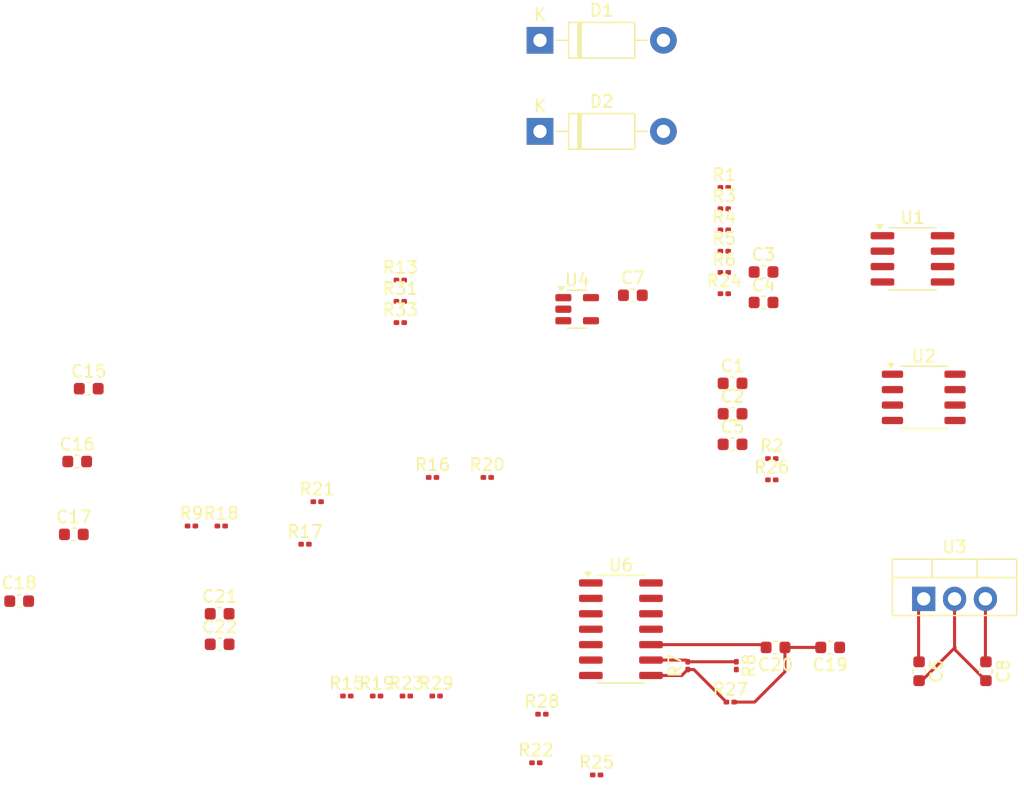
<source format=kicad_pcb>
(kicad_pcb (version 20241229) (generator "pcbnew") (generator_version "9.0")
  (layers (0 "F.Cu" signal) (2 "B.Cu" signal) (13 "F.Paste" user) (15 "B.Paste" user) (5 "F.SilkS" user "F.Silkscreen") (7 "B.SilkS" user "B.Silkscreen") (1 "F.Mask" user) (3 "B.Mask" user) (25 "Edge.Cuts" user))
  (net 0 "")
  (net 1 "+12V")
  (net 2 "0")
  (net 3 "/60Hz_Notch_Filter/NOTCH_IN")
  (net 4 "Net-(U1A-+)")
  (net 5 "Net-(U1A--)")
  (net 6 "Net-(C4-Pad1)")
  (net 7 "/EMG_INA/INA_IN")
  (net 8 "Net-(U2-+)")
  (net 9 "Net-(U4-+)")
  (net 10 "/60Hz_Notch_Filter/NOTCH_OUT")
  (net 11 "+6V")
  (net 12 "Net-(U6A-+)")
  (net 13 "Net-(C16-Pad2)")
  (net 14 "Net-(C16-Pad1)")
  (net 15 "Net-(U6B-+)")
  (net 16 "Net-(C18-Pad1)")
  (net 17 "/EMG_Band_Pass_Filter/BP_IN")
  (net 18 "Net-(C19-Pad2)")
  (net 19 "Net-(U6C-+)")
  (net 20 "Net-(C21-Pad1)")
  (net 21 "Net-(C21-Pad2)")
  (net 22 "Net-(U6D-+)")
  (net 23 "OUTPUT")
  (net 24 "Net-(D1-K)")
  (net 25 "Net-(R2-Pad2)")
  (net 26 "Net-(R2-Pad1)")
  (net 27 "Net-(U1B-+)")
  (net 28 "Net-(U6C--)")
  (net 29 "Net-(U6D--)")
  (net 30 "Net-(R20-Pad1)")
  (net 31 "Net-(U6A--)")
  (net 32 "Net-(U6B--)")
  (net 33 "Net-(U4--)")
  (footprint "Resistor_SMD:R_0201_0603Metric" (layer "F.Cu") (at 163.01 79.62)
    (property "Reference" "R6" (at 0 -1.05 0) (layer "F.SilkS"))
    (property "Value" "100k")
    (pad "1" smd roundrect (at -0.32 0) (size 0.46 0.4) (layers "F.Cu" "F.Mask") (net 10 "/60Hz_Notch_Filter/NOTCH_OUT"))
    (pad "2" smd roundrect (at 0.32 0) (size 0.46 0.4) (layers "F.Cu" "F.Mask") (net 27 "Net-(U1B-+)"))
  )
  (footprint "Resistor_SMD:R_0201_0603Metric" (layer "F.Cu") (at 129.5 98.5)
    (property "Reference" "R21" (at 0 -1.05 0) (layer "F.SilkS"))
    (property "Value" "10k")
    (pad "1" smd roundrect (at -0.32 0) (size 0.46 0.4) (layers "F.Cu" "F.Mask") (net 14 "Net-(C16-Pad1)"))
    (pad "2" smd roundrect (at 0.32 0) (size 0.46 0.4) (layers "F.Cu" "F.Mask") (net 12 "Net-(U6A-+)"))
  )
  (footprint "Resistor_SMD:R_0201_0603Metric" (layer "F.Cu") (at 152.5 121)
    (property "Reference" "R25" (at 0 -1.05 0) (layer "F.SilkS"))
    (property "Value" "10k")
    (pad "1" smd roundrect (at -0.32 0) (size 0.46 0.4) (layers "F.Cu" "F.Mask") (net 19 "Net-(U6C-+)"))
    (pad "2" smd roundrect (at 0.32 0) (size 0.46 0.4) (layers "F.Cu" "F.Mask") (net 11 "+6V"))
  )
  (footprint "Resistor_SMD:R_0201_0603Metric" (layer "F.Cu") (at 119.155 100.5)
    (property "Reference" "R9" (at 0 -1.05 0) (layer "F.SilkS"))
    (property "Value" "12k")
    (pad "1" smd roundrect (at -0.32 0) (size 0.46 0.4) (layers "F.Cu" "F.Mask") (net 30 "Net-(R20-Pad1)"))
    (pad "2" smd roundrect (at 0.32 0) (size 0.46 0.4) (layers "F.Cu" "F.Mask") (net 29 "Net-(U6D--)"))
  )
  (footprint "Resistor_SMD:R_0201_0603Metric" (layer "F.Cu") (at 121.605 100.5)
    (property "Reference" "R18" (at 0 -1.05 0) (layer "F.SilkS"))
    (property "Value" "12k")
    (pad "1" smd roundrect (at -0.32 0) (size 0.46 0.4) (layers "F.Cu" "F.Mask") (net 3 "/60Hz_Notch_Filter/NOTCH_IN"))
    (pad "2" smd roundrect (at 0.32 0) (size 0.46 0.4) (layers "F.Cu" "F.Mask") (net 32 "Net-(U6B--)"))
  )
  (footprint "Capacitor_SMD:C_0603_1608Metric" (layer "F.Cu") (at 110.7 89.19)
    (property "Reference" "C15" (at 0 -1.43 0) (layer "F.SilkS"))
    (property "Value" "33n")
    (fp_line (start -0.14058 -0.51) (end 0.14058 -0.51) (stroke (width 0.12)) (layer "F.SilkS"))
    (fp_line (start -0.14058 0.51) (end 0.14058 0.51) (stroke (width 0.12)) (layer "F.SilkS"))
    (pad "1" smd roundrect (at -0.775 0) (size 0.9 0.95) (layers "F.Cu" "F.Mask" "F.Paste") (net 2 "0"))
    (pad "2" smd roundrect (at 0.775 0) (size 0.9 0.95) (layers "F.Cu" "F.Mask" "F.Paste") (net 12 "Net-(U6A-+)"))
  )
  (footprint "Capacitor_SMD:C_0603_1608Metric" (layer "F.Cu") (at 163.69 91.26)
    (property "Reference" "C2" (at 0 -1.43 0) (layer "F.SilkS"))
    (property "Value" "10u")
    (fp_line (start -0.14058 -0.51) (end 0.14058 -0.51) (stroke (width 0.12)) (layer "F.SilkS"))
    (fp_line (start -0.14058 0.51) (end 0.14058 0.51) (stroke (width 0.12)) (layer "F.SilkS"))
    (pad "1" smd roundrect (at -0.775 0) (size 0.9 0.95) (layers "F.Cu" "F.Mask" "F.Paste") (net 1 "+12V"))
    (pad "2" smd roundrect (at 0.775 0) (size 0.9 0.95) (layers "F.Cu" "F.Mask" "F.Paste") (net 2 "0"))
  )
  (footprint "Capacitor_SMD:C_0603_1608Metric" (layer "F.Cu") (at 184.54 112.46 -90)
    (property "Reference" "C8" (at 0 -1.43 90) (layer "F.SilkS"))
    (property "Value" "0.1u")
    (fp_line (start -0.14058 0.51) (end 0.14058 0.51) (stroke (width 0.12)) (layer "F.SilkS"))
    (fp_line (start -0.14058 -0.51) (end 0.14058 -0.51) (stroke (width 0.12)) (layer "F.SilkS"))
    (pad "1" smd roundrect (at -0.775 0 270) (size 0.9 0.95) (layers "F.Cu" "F.Mask" "F.Paste") (net 11 "+6V"))
    (pad "2" smd roundrect (at 0.775 0 270) (size 0.9 0.95) (layers "F.Cu" "F.Mask" "F.Paste") (net 2 "0"))
  )
  (footprint "Capacitor_SMD:C_0603_1608Metric" (layer "F.Cu") (at 167.225 110.5 180)
    (property "Reference" "C20" (at 0 -1.43 0) (layer "F.SilkS"))
    (property "Value" "0.82u")
    (fp_line (start -0.14058 0.51) (end 0.14058 0.51) (stroke (width 0.12)) (layer "F.SilkS"))
    (fp_line (start -0.14058 -0.51) (end 0.14058 -0.51) (stroke (width 0.12)) (layer "F.SilkS"))
    (pad "1" smd roundrect (at -0.775 0 180) (size 0.9 0.95) (layers "F.Cu" "F.Mask" "F.Paste") (net 18 "Net-(C19-Pad2)"))
    (pad "2" smd roundrect (at 0.775 0 180) (size 0.9 0.95) (layers "F.Cu" "F.Mask" "F.Paste") (net 19 "Net-(U6C-+)"))
  )
  (footprint "Capacitor_SMD:C_0603_1608Metric" (layer "F.Cu") (at 163.69 93.77)
    (property "Reference" "C5" (at 0 -1.43 0) (layer "F.SilkS"))
    (property "Value" "10n")
    (fp_line (start -0.14058 -0.51) (end 0.14058 -0.51) (stroke (width 0.12)) (layer "F.SilkS"))
    (fp_line (start -0.14058 0.51) (end 0.14058 0.51) (stroke (width 0.12)) (layer "F.SilkS"))
    (pad "1" smd roundrect (at -0.775 0) (size 0.9 0.95) (layers "F.Cu" "F.Mask" "F.Paste") (net 7 "/EMG_INA/INA_IN"))
    (pad "2" smd roundrect (at 0.775 0) (size 0.9 0.95) (layers "F.Cu" "F.Mask" "F.Paste") (net 8 "Net-(U2-+)"))
  )
  (footprint "Package_TO_SOT_THT:TO-220-3_Vertical" (layer "F.Cu") (at 179.42 106.5)
    (property "Reference" "U3" (at 2.54 -4.27 0) (layer "F.SilkS"))
    (property "Value" "LM7806_TO220")
    (fp_line (start -2.58 -3.27) (end -2.58 1.371) (stroke (width 0.12)) (layer "F.SilkS"))
    (fp_line (start -2.58 -3.27) (end 7.66 -3.27) (stroke (width 0.12)) (layer "F.SilkS"))
    (fp_line (start -2.58 -1.76) (end 7.66 -1.76) (stroke (width 0.12)) (layer "F.SilkS"))
    (fp_line (start -2.58 1.371) (end 7.66 1.371) (stroke (width 0.12)) (layer "F.SilkS"))
    (fp_line (start 0.69 -3.27) (end 0.69 -1.76) (stroke (width 0.12)) (layer "F.SilkS"))
    (fp_line (start 4.391 -3.27) (end 4.391 -1.76) (stroke (width 0.12)) (layer "F.SilkS"))
    (fp_line (start 7.66 -3.27) (end 7.66 1.371) (stroke (width 0.12)) (layer "F.SilkS"))
    (pad "1" thru_hole rect (at 0 0) (size 1.905 2) (drill 1.1) (layers "*.Cu" "*.Mask") (net 1 "+12V"))
    (pad "2" thru_hole oval (at 2.54 0) (size 1.905 2) (drill 1.1) (layers "*.Cu" "*.Mask") (net 2 "0"))
    (pad "3" thru_hole oval (at 5.08 0) (size 1.905 2) (drill 1.1) (layers "*.Cu" "*.Mask") (net 11 "+6V"))
  )
  (footprint "Capacitor_SMD:C_0603_1608Metric" (layer "F.Cu") (at 179.04 112.46 -90)
    (property "Reference" "C6" (at 0 -1.43 90) (layer "F.SilkS"))
    (property "Value" "0.33u")
    (fp_line (start -0.14058 0.51) (end 0.14058 0.51) (stroke (width 0.12)) (layer "F.SilkS"))
    (fp_line (start -0.14058 -0.51) (end 0.14058 -0.51) (stroke (width 0.12)) (layer "F.SilkS"))
    (pad "1" smd roundrect (at -0.775 0 270) (size 0.9 0.95) (layers "F.Cu" "F.Mask" "F.Paste") (net 1 "+12V"))
    (pad "2" smd roundrect (at 0.775 0 270) (size 0.9 0.95) (layers "F.Cu" "F.Mask" "F.Paste") (net 2 "0"))
  )
  (footprint "Capacitor_SMD:C_0603_1608Metric" (layer "F.Cu") (at 166.24 82.09)
    (property "Reference" "C4" (at 0 -1.43 0) (layer "F.SilkS"))
    (property "Value" ".22u")
    (fp_line (start -0.14058 -0.51) (end 0.14058 -0.51) (stroke (width 0.12)) (layer "F.SilkS"))
    (fp_line (start -0.14058 0.51) (end 0.14058 0.51) (stroke (width 0.12)) (layer "F.SilkS"))
    (pad "1" smd roundrect (at -0.775 0) (size 0.9 0.95) (layers "F.Cu" "F.Mask" "F.Paste") (net 6 "Net-(C4-Pad1)"))
    (pad "2" smd roundrect (at 0.775 0) (size 0.9 0.95) (layers "F.Cu" "F.Mask" "F.Paste") (net 5 "Net-(U1A--)"))
  )
  (footprint "Capacitor_SMD:C_0603_1608Metric" (layer "F.Cu") (at 121.475 110.24)
    (property "Reference" "C22" (at 0 -1.43 0) (layer "F.SilkS"))
    (property "Value" "0.82u")
    (fp_line (start -0.14058 -0.51) (end 0.14058 -0.51) (stroke (width 0.12)) (layer "F.SilkS"))
    (fp_line (start -0.14058 0.51) (end 0.14058 0.51) (stroke (width 0.12)) (layer "F.SilkS"))
    (pad "1" smd roundrect (at -0.775 0) (size 0.9 0.95) (layers "F.Cu" "F.Mask" "F.Paste") (net 21 "Net-(C21-Pad2)"))
    (pad "2" smd roundrect (at 0.775 0) (size 0.9 0.95) (layers "F.Cu" "F.Mask" "F.Paste") (net 22 "Net-(U6D-+)"))
  )
  (footprint "Resistor_SMD:R_0201_0603Metric" (layer "F.Cu") (at 136.345 80.25)
    (property "Reference" "R13" (at 0 -1.05 0) (layer "F.SilkS"))
    (property "Value" "680k")
    (pad "1" smd roundrect (at -0.32 0) (size 0.46 0.4) (layers "F.Cu" "F.Mask") (net 11 "+6V"))
    (pad "2" smd roundrect (at 0.32 0) (size 0.46 0.4) (layers "F.Cu" "F.Mask") (net 9 "Net-(U4-+)"))
  )
  (footprint "Resistor_SMD:R_0201_0603Metric" (layer "F.Cu") (at 163.5 115)
    (property "Reference" "R27" (at 0 -1.05 0) (layer "F.SilkS"))
    (property "Value" "10k")
    (pad "1" smd roundrect (at -0.32 0) (size 0.46 0.4) (layers "F.Cu" "F.Mask") (net 20 "Net-(C21-Pad1)"))
    (pad "2" smd roundrect (at 0.32 0) (size 0.46 0.4) (layers "F.Cu" "F.Mask") (net 18 "Net-(C19-Pad2)"))
  )
  (footprint "Resistor_SMD:R_0201_0603Metric" (layer "F.Cu") (at 131.945 114.5)
    (property "Reference" "R15" (at 0 -1.05 0) (layer "F.SilkS"))
    (property "Value" "10k")
    (pad "1" smd roundrect (at -0.32 0) (size 0.46 0.4) (layers "F.Cu" "F.Mask") (net 29 "Net-(U6D--)"))
    (pad "2" smd roundrect (at 0.32 0) (size 0.46 0.4) (layers "F.Cu" "F.Mask") (net 11 "+6V"))
  )
  (footprint "Resistor_SMD:R_0201_0603Metric" (layer "F.Cu") (at 160 112 90)
    (property "Reference" "R7" (at 0 -1.05 90) (layer "F.SilkS"))
    (property "Value" "1.5k")
    (pad "1" smd roundrect (at -0.32 0 90) (size 0.46 0.4) (layers "F.Cu" "F.Mask") (net 20 "Net-(C21-Pad1)"))
    (pad "2" smd roundrect (at 0.32 0 90) (size 0.46 0.4) (layers "F.Cu" "F.Mask") (net 28 "Net-(U6C--)"))
  )
  (footprint "Capacitor_SMD:C_0603_1608Metric" (layer "F.Cu") (at 104.975 106.69)
    (property "Reference" "C18" (at 0 -1.5 0) (layer "F.SilkS"))
    (property "Value" "33n")
    (fp_line (start -0.14058 -0.51) (end 0.14058 -0.51) (stroke (width 0.12)) (layer "F.SilkS"))
    (fp_line (start -0.14058 0.51) (end 0.14058 0.51) (stroke (width 0.12)) (layer "F.SilkS"))
    (pad "1" smd roundrect (at -0.775 0) (size 0.9 0.95) (layers "F.Cu" "F.Mask" "F.Paste") (net 16 "Net-(C18-Pad1)"))
    (pad "2" smd roundrect (at 0.775 0) (size 0.9 0.95) (layers "F.Cu" "F.Mask" "F.Paste") (net 3 "/60Hz_Notch_Filter/NOTCH_IN"))
  )
  (footprint "Capacitor_SMD:C_0603_1608Metric" (layer "F.Cu") (at 171.725 110.5 180)
    (property "Reference" "C19" (at 0 -1.43 0) (layer "F.SilkS"))
    (property "Value" "0.82u")
    (fp_line (start -0.14058 0.51) (end 0.14058 0.51) (stroke (width 0.12)) (layer "F.SilkS"))
    (fp_line (start -0.14058 -0.51) (end 0.14058 -0.51) (stroke (width 0.12)) (layer "F.SilkS"))
    (pad "1" smd roundrect (at -0.775 0 180) (size 0.9 0.95) (layers "F.Cu" "F.Mask" "F.Paste") (net 17 "/EMG_Band_Pass_Filter/BP_IN"))
    (pad "2" smd roundrect (at 0.775 0 180) (size 0.9 0.95) (layers "F.Cu" "F.Mask" "F.Paste") (net 18 "Net-(C19-Pad2)"))
  )
  (footprint "Resistor_SMD:R_0201_0603Metric" (layer "F.Cu") (at 166.92 96.7)
    (property "Reference" "R26" (at 0 -1.05 0) (layer "F.SilkS"))
    (property "Value" "1M")
    (pad "1" smd roundrect (at -0.32 0) (size 0.46 0.4) (layers "F.Cu" "F.Mask") (net 8 "Net-(U2-+)"))
    (pad "2" smd roundrect (at 0.32 0) (size 0.46 0.4) (layers "F.Cu" "F.Mask") (net 11 "+6V"))
  )
  (footprint "Resistor_SMD:R_0201_0603Metric" (layer "F.Cu") (at 166.92 94.95)
    (property "Reference" "R2" (at 0 -1.05 0) (layer "F.SilkS"))
    (property "Value" "2k")
    (pad "1" smd roundrect (at -0.32 0) (size 0.46 0.4) (layers "F.Cu" "F.Mask") (net 26 "Net-(R2-Pad1)"))
    (pad "2" smd roundrect (at 0.32 0) (size 0.46 0.4) (layers "F.Cu" "F.Mask") (net 25 "Net-(R2-Pad2)"))
  )
  (footprint "Capacitor_SMD:C_0603_1608Metric" (layer "F.Cu") (at 121.475 107.73)
    (property "Reference" "C21" (at 0 -1.43 0) (layer "F.SilkS"))
    (property "Value" "0.82u")
    (fp_line (start -0.14058 -0.51) (end 0.14058 -0.51) (stroke (width 0.12)) (layer "F.SilkS"))
    (fp_line (start -0.14058 0.51) (end 0.14058 0.51) (stroke (width 0.12)) (layer "F.SilkS"))
    (pad "1" smd roundrect (at -0.775 0) (size 0.9 0.95) (layers "F.Cu" "F.Mask" "F.Paste") (net 20 "Net-(C21-Pad1)"))
    (pad "2" smd roundrect (at 0.775 0) (size 0.9 0.95) (layers "F.Cu" "F.Mask" "F.Paste") (net 21 "Net-(C21-Pad2)"))
  )
  (footprint "Package_SO:SOIC-14_3.9x8.7mm_P1.27mm" (layer "F.Cu") (at 154.5 109)
    (property "Reference" "U6" (at 0 -5.28 0) (layer "F.SilkS"))
    (property "Value" "TL074")
    (fp_line (start 0 -4.435) (end -1.95 -4.435) (stroke (width 0.12)) (layer "F.SilkS"))
    (fp_line (start 0 -4.435) (end 1.95 -4.435) (stroke (width 0.12)) (layer "F.SilkS"))
    (fp_line (start 0 4.435) (end -1.95 4.435) (stroke (width 0.12)) (layer "F.SilkS"))
    (fp_line (start 0 4.435) (end 1.95 4.435) (stroke (width 0.12)) (layer "F.SilkS"))
    (fp_poly (pts (xy -2.7 -4.37) (xy -2.94 -4.7) (xy -2.46 -4.7) (xy -2.7 -4.37)) (stroke (width 0.12)) (fill yes) (layer "F.SilkS"))
    (pad "1" smd roundrect (at -2.475 -3.81) (size 1.95 0.6) (layers "F.Cu" "F.Mask" "F.Paste") (net 13 "Net-(C16-Pad2)"))
    (pad "2" smd roundrect (at -2.475 -2.54) (size 1.95 0.6) (layers "F.Cu" "F.Mask" "F.Paste") (net 31 "Net-(U6A--)"))
    (pad "3" smd roundrect (at -2.475 -1.27) (size 1.95 0.6) (layers "F.Cu" "F.Mask" "F.Paste") (net 12 "Net-(U6A-+)"))
    (pad "4" smd roundrect (at -2.475 0) (size 1.95 0.6) (layers "F.Cu" "F.Mask" "F.Paste") (net 1 "+12V"))
    (pad "5" smd roundrect (at -2.475 1.27) (size 1.95 0.6) (layers "F.Cu" "F.Mask" "F.Paste") (net 15 "Net-(U6B-+)"))
    (pad "6" smd roundrect (at -2.475 2.54) (size 1.95 0.6) (layers "F.Cu" "F.Mask" "F.Paste") (net 32 "Net-(U6B--)"))
    (pad "7" smd roundrect (at -2.475 3.81) (size 1.95 0.6) (layers "F.Cu" "F.Mask" "F.Paste") (net 3 "/60Hz_Notch_Filter/NOTCH_IN"))
    (pad "8" smd roundrect (at 2.475 3.81) (size 1.95 0.6) (layers "F.Cu" "F.Mask" "F.Paste") (net 20 "Net-(C21-Pad1)"))
    (pad "9" smd roundrect (at 2.475 2.54) (size 1.95 0.6) (layers "F.Cu" "F.Mask" "F.Paste") (net 28 "Net-(U6C--)"))
    (pad "10" smd roundrect (at 2.475 1.27) (size 1.95 0.6) (layers "F.Cu" "F.Mask" "F.Paste") (net 19 "Net-(U6C-+)"))
    (pad "11" smd roundrect (at 2.475 0) (size 1.95 0.6) (layers "F.Cu" "F.Mask" "F.Paste") (net 2 "0"))
    (pad "12" smd roundrect (at 2.475 -1.27) (size 1.95 0.6) (layers "F.Cu" "F.Mask" "F.Paste") (net 22 "Net-(U6D-+)"))
    (pad "13" smd roundrect (at 2.475 -2.54) (size 1.95 0.6) (layers "F.Cu" "F.Mask" "F.Paste") (net 29 "Net-(U6D--)"))
    (pad "14" smd roundrect (at 2.475 -3.81) (size 1.95 0.6) (layers "F.Cu" "F.Mask" "F.Paste") (net 30 "Net-(R20-Pad1)"))
  )
  (footprint "Resistor_SMD:R_0201_0603Metric" (layer "F.Cu") (at 163.01 81.37)
    (property "Reference" "R24" (at 0 -1.05 0) (layer "F.SilkS"))
    (property "Value" "100k")
    (pad "1" smd roundrect (at -0.32 0) (size 0.46 0.4) (layers "F.Cu" "F.Mask") (net 27 "Net-(U1B-+)"))
    (pad "2" smd roundrect (at 0.32 0) (size 0.46 0.4) (layers "F.Cu" "F.Mask") (net 3 "/60Hz_Notch_Filter/NOTCH_IN"))
  )
  (footprint "Capacitor_SMD:C_0603_1608Metric" (layer "F.Cu") (at 163.69 88.75)
    (property "Reference" "C1" (at 0 -1.43 0) (layer "F.SilkS"))
    (property "Value" ".1u")
    (fp_line (start -0.14058 -0.51) (end 0.14058 -0.51) (stroke (width 0.12)) (layer "F.SilkS"))
    (fp_line (start -0.14058 0.51) (end 0.14058 0.51) (stroke (width 0.12)) (layer "F.SilkS"))
    (pad "1" smd roundrect (at -0.775 0) (size 0.9 0.95) (layers "F.Cu" "F.Mask" "F.Paste") (net 2 "0"))
    (pad "2" smd roundrect (at 0.775 0) (size 0.9 0.95) (layers "F.Cu" "F.Mask" "F.Paste") (net 1 "+12V"))
  )
  (footprint "Diode_THT:D_DO-41_SOD81_P10.16mm_Horizontal" (layer "F.Cu") (at 147.84 60.5)
    (property "Reference" "D1" (at 5.08 -2.47 0) (layer "F.SilkS"))
    (property "Value" "1N47xxA")
    (fp_line (start 1.34 0) (end 2.36 0) (stroke (width 0.12)) (layer "F.SilkS"))
    (fp_line (start 2.36 -1.47) (end 2.36 1.47) (stroke (width 0.12)) (layer "F.SilkS"))
    (fp_line (start 2.36 1.47) (end 7.8 1.47) (stroke (width 0.12)) (layer "F.SilkS"))
    (fp_line (start 3.14 -1.47) (end 3.14 1.47) (stroke (width 0.12)) (layer "F.SilkS"))
    (fp_line (start 3.26 -1.47) (end 3.26 1.47) (stroke (width 0.12)) (layer "F.SilkS"))
    (fp_line (start 3.38 -1.47) (end 3.38 1.47) (stroke (width 0.12)) (layer "F.SilkS"))
    (fp_line (start 7.8 -1.47) (end 2.36 -1.47) (stroke (width 0.12)) (layer "F.SilkS"))
    (fp_line (start 7.8 1.47) (end 7.8 -1.47) (stroke (width 0.12)) (layer "F.SilkS"))
    (fp_line (start 8.82 0) (end 7.8 0) (stroke (width 0.12)) (layer "F.SilkS"))
    (fp_text user "K" (at 0 -2.1 0) (layer "F.SilkS"))
    (pad "1" thru_hole rect (at 0 0) (size 2.2 2.2) (drill 1.1) (layers "*.Cu" "*.Mask") (net 24 "Net-(D1-K)"))
    (pad "2" thru_hole oval (at 10.16 0) (size 2.2 2.2) (drill 1.1) (layers "*.Cu" "*.Mask") (net 23 "OUTPUT"))
  )
  (footprint "Resistor_SMD:R_0201_0603Metric" (layer "F.Cu") (at 148 116)
    (property "Reference" "R28" (at 0 -1.05 0) (layer "F.SilkS"))
    (property "Value" "10k")
    (pad "1" smd roundrect (at -0.32 0) (size 0.46 0.4) (layers "F.Cu" "F.Mask") (net 22 "Net-(U6D-+)"))
    (pad "2" smd roundrect (at 0.32 0) (size 0.46 0.4) (layers "F.Cu" "F.Mask") (net 11 "+6V"))
  )
  (footprint "Resistor_SMD:R_0201_0603Metric" (layer "F.Cu") (at 136.345 82)
    (property "Reference" "R31" (at 0 -1.05 0) (layer "F.SilkS"))
    (property "Value" "330k")
    (pad "1" smd roundrect (at -0.32 0) (size 0.46 0.4) (layers "F.Cu" "F.Mask") (net 2 "0"))
    (pad "2" smd roundrect (at 0.32 0) (size 0.46 0.4) (layers "F.Cu" "F.Mask") (net 9 "Net-(U4-+)"))
  )
  (footprint "Resistor_SMD:R_0201_0603Metric" (layer "F.Cu") (at 163.01 77.87)
    (property "Reference" "R5" (at 0 -1.05 0) (layer "F.SilkS"))
    (property "Value" "12k")
    (pad "1" smd roundrect (at -0.32 0) (size 0.46 0.4) (layers "F.Cu" "F.Mask") (net 4 "Net-(U1A-+)"))
    (pad "2" smd roundrect (at 0.32 0) (size 0.46 0.4) (layers "F.Cu" "F.Mask") (net 6 "Net-(C4-Pad1)"))
  )
  (footprint "Resistor_SMD:R_0201_0603Metric" (layer "F.Cu") (at 139.295 114.5)
    (property "Reference" "R29" (at 0 -1.05 0) (layer "F.SilkS"))
    (property "Value" "10k")
    (pad "1" smd roundrect (at -0.32 0) (size 0.46 0.4) (layers "F.Cu" "F.Mask") (net 21 "Net-(C21-Pad2)"))
    (pad "2" smd roundrect (at 0.32 0) (size 0.46 0.4) (layers "F.Cu" "F.Mask") (net 30 "Net-(R20-Pad1)"))
  )
  (footprint "Resistor_SMD:R_0201_0603Metric" (layer "F.Cu") (at 147.5 120)
    (property "Reference" "R22" (at 0 -1.05 0) (layer "F.SilkS"))
    (property "Value" "10k")
    (pad "1" smd roundrect (at -0.32 0) (size 0.46 0.4) (layers "F.Cu" "F.Mask") (net 13 "Net-(C16-Pad2)"))
    (pad "2" smd roundrect (at 0.32 0) (size 0.46 0.4) (layers "F.Cu" "F.Mask") (net 16 "Net-(C18-Pad1)"))
  )
  (footprint "Resistor_SMD:R_0201_0603Metric" (layer "F.Cu") (at 134.395 114.5)
    (property "Reference" "R19" (at 0 -1.05 0) (layer "F.SilkS"))
    (property "Value" "10k")
    (pad "1" smd roundrect (at -0.32 0) (size 0.46 0.4) (layers "F.Cu" "F.Mask") (net 32 "Net-(U6B--)"))
    (pad "2" smd roundrect (at 0.32 0) (size 0.46 0.4) (layers "F.Cu" "F.Mask") (net 11 "+6V"))
  )
  (footprint "Capacitor_SMD:C_0603_1608Metric" (layer "F.Cu") (at 166.24 79.58)
    (property "Reference" "C3" (at 0 -1.43 0) (layer "F.SilkS"))
    (property "Value" ".22u")
    (fp_line (start -0.14058 -0.51) (end 0.14058 -0.51) (stroke (width 0.12)) (layer "F.SilkS"))
    (fp_line (start -0.14058 0.51) (end 0.14058 0.51) (stroke (width 0.12)) (layer "F.SilkS"))
    (pad "1" smd roundrect (at -0.775 0) (size 0.9 0.95) (layers "F.Cu" "F.Mask" "F.Paste") (net 3 "/60Hz_Notch_Filter/NOTCH_IN"))
    (pad "2" smd roundrect (at 0.775 0) (size 0.9 0.95) (layers "F.Cu" "F.Mask" "F.Paste") (net 4 "Net-(U1A-+)"))
  )
  (footprint "Diode_THT:D_DO-41_SOD81_P10.16mm_Horizontal" (layer "F.Cu") (at 147.84 68)
    (property "Reference" "D2" (at 5.08 -2.47 0) (layer "F.SilkS"))
    (property "Value" "1N5819")
    (fp_line (start 1.34 0) (end 2.36 0) (stroke (width 0.12)) (layer "F.SilkS"))
    (fp_line (start 2.36 -1.47) (end 2.36 1.47) (stroke (width 0.12)) (layer "F.SilkS"))
    (fp_line (start 2.36 1.47) (end 7.8 1.47) (stroke (width 0.12)) (layer "F.SilkS"))
    (fp_line (start 3.14 -1.47) (end 3.14 1.47) (stroke (width 0.12)) (layer "F.SilkS"))
    (fp_line (start 3.26 -1.47) (end 3.26 1.47) (stroke (width 0.12)) (layer "F.SilkS"))
    (fp_line (start 3.38 -1.47) (end 3.38 1.47) (stroke (width 0.12)) (layer "F.SilkS"))
    (fp_line (start 7.8 -1.47) (end 2.36 -1.47) (stroke (width 0.12)) (layer "F.SilkS"))
    (fp_line (start 7.8 1.47) (end 7.8 -1.47) (stroke (width 0.12)) (layer "F.SilkS"))
    (fp_line (start 8.82 0) (end 7.8 0) (stroke (width 0.12)) (layer "F.SilkS"))
    (fp_text user "K" (at 0 -2.1 0) (layer "F.SilkS"))
    (pad "1" thru_hole rect (at 0 0) (size 2.2 2.2) (drill 1.1) (layers "*.Cu" "*.Mask") (net 23 "OUTPUT"))
    (pad "2" thru_hole oval (at 10.16 0) (size 2.2 2.2) (drill 1.1) (layers "*.Cu" "*.Mask") (net 2 "0"))
  )
  (footprint "Resistor_SMD:R_0201_0603Metric" (layer "F.Cu") (at 143.5 96.5)
    (property "Reference" "R20" (at 0 -1.05 0) (layer "F.SilkS"))
    (property "Value" "10k")
    (pad "1" smd roundrect (at -0.32 0) (size 0.46 0.4) (layers "F.Cu" "F.Mask") (net 30 "Net-(R20-Pad1)"))
    (pad "2" smd roundrect (at 0.32 0) (size 0.46 0.4) (layers "F.Cu" "F.Mask") (net 14 "Net-(C16-Pad1)"))
  )
  (footprint "Resistor_SMD:R_0201_0603Metric" (layer "F.Cu") (at 128.5 102)
    (property "Reference" "R17" (at 0 -1.05 0) (layer "F.SilkS"))
    (property "Value" "10k")
    (pad "1" smd roundrect (at -0.32 0) (size 0.46 0.4) (layers "F.Cu" "F.Mask") (net 31 "Net-(U6A--)"))
    (pad "2" smd roundrect (at 0.32 0) (size 0.46 0.4) (layers "F.Cu" "F.Mask") (net 11 "+6V"))
  )
  (footprint "Resistor_SMD:R_0201_0603Metric" (layer "F.Cu") (at 164 112 -90)
    (property "Reference" "R8" (at 0 -1.05 90) (layer "F.SilkS"))
    (property "Value" "10k")
    (pad "1" smd roundrect (at -0.32 0 270) (size 0.46 0.4) (layers "F.Cu" "F.Mask") (net 28 "Net-(U6C--)"))
    (pad "2" smd roundrect (at 0.32 0 270) (size 0.46 0.4) (layers "F.Cu" "F.Mask") (net 11 "+6V"))
  )
  (footprint "Package_TO_SOT_SMD:TSOT-23-5" (layer "F.Cu") (at 150.9 82.645)
    (property "Reference" "U4" (at 0 -2.4 0) (layer "F.SilkS"))
    (property "Value" "MCP6021")
    (fp_line (start 0 -1.56) (end -0.8 -1.56) (stroke (width 0.12)) (layer "F.SilkS"))
    (fp_line (start 0 -1.56) (end 0.8 -1.56) (stroke (width 0.12)) (layer "F.SilkS"))
    (fp_line (start 0 1.56) (end -0.8 1.56) (stroke (width 0.12)) (layer "F.SilkS"))
    (fp_line (start 0 1.56) (end 0.8 1.56) (stroke (width 0.12)) (layer "F.SilkS"))
    (fp_poly (pts (xy -1.3 -1.51) (xy -1.54 -1.84) (xy -1.06 -1.84) (xy -1.3 -1.51)) (stroke (width 0.12)) (fill yes) (layer "F.SilkS"))
    (pad "1" smd roundrect (at -1.1375 -0.95) (size 1.325 0.6) (layers "F.Cu" "F.Mask" "F.Paste") (net 9 "Net-(U4-+)"))
    (pad "2" smd roundrect (at -1.1375 0) (size 1.325 0.6) (layers "F.Cu" "F.Mask" "F.Paste") (net 33 "Net-(U4--)"))
    (pad "3" smd roundrect (at -1.1375 0.95) (size 1.325 0.6) (layers "F.Cu" "F.Mask" "F.Paste") (net 11 "+6V"))
    (pad "4" smd roundrect (at 1.1375 0.95) (size 1.325 0.6) (layers "F.Cu" "F.Mask" "F.Paste") (net 2 "0"))
    (pad "5" smd roundrect (at 1.1375 -0.95) (size 1.325 0.6) (layers "F.Cu" "F.Mask" "F.Paste") (net 33 "Net-(U4--)"))
  )
  (footprint "Resistor_SMD:R_0201_0603Metric" (layer "F.Cu") (at 136.345 83.75)
    (property "Reference" "R33" (at 0 -1.05 0) (layer "F.SilkS"))
    (property "Value" "1k")
    (pad "1" smd roundrect (at -0.32 0) (size 0.46 0.4) (layers "F.Cu" "F.Mask") (net 33 "Net-(U4--)"))
    (pad "2" smd roundrect (at 0.32 0) (size 0.46 0.4) (layers "F.Cu" "F.Mask") (net 24 "Net-(D1-K)"))
  )
  (footprint "Resistor_SMD:R_0201_0603Metric" (layer "F.Cu") (at 136.845 114.5)
    (property "Reference" "R23" (at 0 -1.05 0) (layer "F.SilkS"))
    (property "Value" "10k")
    (pad "1" smd roundrect (at -0.32 0) (size 0.46 0.4) (layers "F.Cu" "F.Mask") (net 16 "Net-(C18-Pad1)"))
    (pad "2" smd roundrect (at 0.32 0) (size 0.46 0.4) (layers "F.Cu" "F.Mask") (net 15 "Net-(U6B-+)"))
  )
  (footprint "Capacitor_SMD:C_0603_1608Metric" (layer "F.Cu") (at 109.475 101.19)
    (property "Reference" "C17" (at 0 -1.43 0) (layer "F.SilkS"))
    (property "Value" "33n")
    (fp_line (start -0.14058 -0.51) (end 0.14058 -0.51) (stroke (width 0.12)) (layer "F.SilkS"))
    (fp_line (start -0.14058 0.51) (end 0.14058 0.51) (stroke (width 0.12)) (layer "F.SilkS"))
    (pad "1" smd roundrect (at -0.775 0) (size 0.9 0.95) (layers "F.Cu" "F.Mask" "F.Paste") (net 15 "Net-(U6B-+)"))
    (pad "2" smd roundrect (at 0.775 0) (size 0.9 0.95) (layers "F.Cu" "F.Mask" "F.Paste") (net 2 "0"))
  )
  (footprint "Resistor_SMD:R_0201_0603Metric" (layer "F.Cu") (at 163.01 74.37)
    (property "Reference" "R3" (at 0 -1.05 0) (layer "F.SilkS"))
    (property "Value" "82k")
    (pad "1" smd roundrect (at -0.32 0) (size 0.46 0.4) (layers "F.Cu" "F.Mask") (net 4 "Net-(U1A-+)"))
    (pad "2" smd roundrect (at 0.32 0) (size 0.46 0.4) (layers "F.Cu" "F.Mask") (net 11 "+6V"))
  )
  (footprint "Capacitor_SMD:C_0603_1608Metric" (layer "F.Cu") (at 109.75 95.19)
    (property "Reference" "C16" (at 0 -1.43 0) (layer "F.SilkS"))
    (property "Value" "33n")
    (fp_line (start -0.14058 -0.51) (end 0.14058 -0.51) (stroke (width 0.12)) (layer "F.SilkS"))
    (fp_line (start -0.14058 0.51) (end 0.14058 0.51) (stroke (width 0.12)) (layer "F.SilkS"))
    (pad "1" smd roundrect (at -0.775 0) (size 0.9 0.95) (layers "F.Cu" "F.Mask" "F.Paste") (net 14 "Net-(C16-Pad1)"))
    (pad "2" smd roundrect (at 0.775 0) (size 0.9 0.95) (layers "F.Cu" "F.Mask" "F.Paste") (net 13 "Net-(C16-Pad2)"))
  )
  (footprint "Package_SO:SO-8_3.9x4.9mm_P1.27mm" (layer "F.Cu") (at 179.425 89.905)
    (property "Reference" "U2" (at 0 -3.4 0) (layer "F.SilkS"))
    (property "Value" "INA128")
    (fp_line (start 0 -2.56) (end -1.95 -2.56) (stroke (width 0.12)) (layer "F.SilkS"))
    (fp_line (start 0 -2.56) (end 1.95 -2.56) (stroke (width 0.12)) (layer "F.SilkS"))
    (fp_line (start 0 2.56) (end -1.95 2.56) (stroke (width 0.12)) (layer "F.SilkS"))
    (fp_line (start 0 2.56) (end 1.95 2.56) (stroke (width 0.12)) (layer "F.SilkS"))
    (fp_poly (pts (xy -2.7 -2.465) (xy -2.94 -2.795) (xy -2.46 -2.795) (xy -2.7 -2.465)) (stroke (width 0.12)) (fill yes) (layer "F.SilkS"))
    (pad "1" smd roundrect (at -2.575 -1.905) (size 1.75 0.6) (layers "F.Cu" "F.Mask" "F.Paste") (net 8 "Net-(U2-+)"))
    (pad "2" smd roundrect (at -2.575 -0.635) (size 1.75 0.6) (layers "F.Cu" "F.Mask" "F.Paste") (net 11 "+6V"))
    (pad "3" smd roundrect (at -2.575 0.635) (size 1.75 0.6) (layers "F.Cu" "F.Mask" "F.Paste") (net 1 "+12V"))
    (pad "4" smd roundrect (at -2.575 1.905) (size 1.75 0.6) (layers "F.Cu" "F.Mask" "F.Paste") (net 2 "0"))
    (pad "5" smd roundrect (at 2.575 1.905) (size 1.75 0.6) (layers "F.Cu" "F.Mask" "F.Paste") (net 17 "/EMG_Band_Pass_Filter/BP_IN"))
    (pad "6" smd roundrect (at 2.575 0.635) (size 1.75 0.6) (layers "F.Cu" "F.Mask" "F.Paste") (net 11 "+6V"))
    (pad "7" smd roundrect (at 2.575 -0.635) (size 1.75 0.6) (layers "F.Cu" "F.Mask" "F.Paste") (net 25 "Net-(R2-Pad2)"))
    (pad "8" smd roundrect (at 2.575 -1.905) (size 1.75 0.6) (layers "F.Cu" "F.Mask" "F.Paste") (net 26 "Net-(R2-Pad1)"))
  )
  (footprint "Resistor_SMD:R_0201_0603Metric" (layer "F.Cu") (at 163.01 72.62)
    (property "Reference" "R1" (at 0 -1.05 0) (layer "F.SilkS"))
    (property "Value" "82k")
    (pad "1" smd roundrect (at -0.32 0) (size 0.46 0.4) (layers "F.Cu" "F.Mask") (net 4 "Net-(U1A-+)"))
    (pad "2" smd roundrect (at 0.32 0) (size 0.46 0.4) (layers "F.Cu" "F.Mask") (net 3 "/60Hz_Notch_Filter/NOTCH_IN"))
  )
  (footprint "Resistor_SMD:R_0201_0603Metric" (layer "F.Cu") (at 139 96.5)
    (property "Reference" "R16" (at 0 -1.05 0) (layer "F.SilkS"))
    (property "Value" "1.5k")
    (pad "1" smd roundrect (at -0.32 0) (size 0.46 0.4) (layers "F.Cu" "F.Mask") (net 13 "Net-(C16-Pad2)"))
    (pad "2" smd roundrect (at 0.32 0) (size 0.46 0.4) (layers "F.Cu" "F.Mask") (net 31 "Net-(U6A--)"))
  )
  (footprint "Package_SO:SOIC-8_3.9x4.9mm_P1.27mm" (layer "F.Cu") (at 178.5 78.5)
    (property "Reference" "U1" (at 0 -3.4 0) (layer "F.SilkS"))
    (property "Value" "TL072")
    (fp_line (start 0 -2.56) (end -1.95 -2.56) (stroke (width 0.12)) (layer "F.SilkS"))
    (fp_line (start 0 -2.56) (end 1.95 -2.56) (stroke (width 0.12)) (layer "F.SilkS"))
    (fp_line (start 0 2.56) (end -1.95 2.56) (stroke (width 0.12)) (layer "F.SilkS"))
    (fp_line (start 0 2.56) (end 1.95 2.56) (stroke (width 0.12)) (layer "F.SilkS"))
    (fp_poly (pts (xy -2.7 -2.465) (xy -2.94 -2.795) (xy -2.46 -2.795) (xy -2.7 -2.465)) (stroke (width 0.12)) (fill yes) (layer "F.SilkS"))
    (pad "1" smd roundrect (at -2.475 -1.905) (size 1.95 0.6) (layers "F.Cu" "F.Mask" "F.Paste") (net 10 "/60Hz_Notch_Filter/NOTCH_OUT"))
    (pad "2" smd roundrect (at -2.475 -0.635) (size 1.95 0.6) (layers "F.Cu" "F.Mask" "F.Paste") (net 5 "Net-(U1A--)"))
    (pad "3" smd roundrect (at -2.475 0.635) (size 1.95 0.6) (layers "F.Cu" "F.Mask" "F.Paste") (net 4 "Net-(U1A-+)"))
    (pad "4" smd roundrect (at -2.475 1.905) (size 1.95 0.6) (layers "F.Cu" "F.Mask" "F.Paste") (net 2 "0"))
    (pad "5" smd roundrect (at 2.475 1.905) (size 1.95 0.6) (layers "F.Cu" "F.Mask" "F.Paste") (net 27 "Net-(U1B-+)"))
    (pad "6" smd roundrect (at 2.475 0.635) (size 1.95 0.6) (layers "F.Cu" "F.Mask" "F.Paste") (net 5 "Net-(U1A--)"))
    (pad "7" smd roundrect (at 2.475 -0.635) (size 1.95 0.6) (layers "F.Cu" "F.Mask" "F.Paste") (net 6 "Net-(C4-Pad1)"))
    (pad "8" smd roundrect (at 2.475 -1.905) (size 1.95 0.6) (layers "F.Cu" "F.Mask" "F.Paste") (net 1 "+12V"))
  )
  (footprint "Capacitor_SMD:C_0603_1608Metric" (layer "F.Cu") (at 155.48 81.5)
    (property "Reference" "C7" (at 0 -1.43 0) (layer "F.SilkS"))
    (property "Value" "47n")
    (fp_line (start -0.14058 -0.51) (end 0.14058 -0.51) (stroke (width 0.12)) (layer "F.SilkS"))
    (fp_line (start -0.14058 0.51) (end 0.14058 0.51) (stroke (width 0.12)) (layer "F.SilkS"))
    (pad "1" smd roundrect (at -0.775 0) (size 0.9 0.95) (layers "F.Cu" "F.Mask" "F.Paste") (net 9 "Net-(U4-+)"))
    (pad "2" smd roundrect (at 0.775 0) (size 0.9 0.95) (layers "F.Cu" "F.Mask" "F.Paste") (net 10 "/60Hz_Notch_Filter/NOTCH_OUT"))
  )
  (footprint "Resistor_SMD:R_0201_0603Metric" (layer "F.Cu") (at 163.01 76.12)
    (property "Reference" "R4" (at 0 -1.05 0) (layer "F.SilkS"))
    (property "Value" "12k")
    (pad "1" smd roundrect (at -0.32 0) (size 0.46 0.4) (layers "F.Cu" "F.Mask") (net 10 "/60Hz_Notch_Filter/NOTCH_OUT"))
    (pad "2" smd roundrect (at 0.32 0) (size 0.46 0.4) (layers "F.Cu" "F.Mask") (net 5 "Net-(U1A--)"))
  )
  (segment (start 179 111.725) (end 179 106.92) (width 0.25) (layer "F.Cu") (net 1))
  (segment (start 179 106.92) (end 179.42 106.5) (width 0.25) (layer "F.Cu") (net 1))
  (segment (start 181.96 106.5) (end 181.96 110.46) (width 0.25) (layer "F.Cu") (net 2))
  (segment (start 182 110.5) (end 179.265 113.235) (width 0.25) (layer "F.Cu") (net 2))
  (segment (start 182 110.5) (end 182 110.695) (width 0.25) (layer "F.Cu") (net 2))
  (segment (start 181.96 110.46) (end 182 110.5) (width 0.25) (layer "F.Cu") (net 2))
  (segment (start 182 110.695) (end 184.54 113.235) (width 0.25) (layer "F.Cu") (net 2))
  (segment (start 179.265 113.235) (end 179.04 113.235) (width 0.25) (layer "F.Cu") (net 2))
  (segment (start 184.5 111.725) (end 184.5 106.5) (width 0.25) (layer "F.Cu") (net 11))
  (segment (start 167.82 110.68) (end 168 110.5) (width 0.25) (layer "F.Cu") (net 18))
  (segment (start 163.82 115) (end 165.5 115) (width 0.25) (layer "F.Cu") (net 18))
  (segment (start 168 112.5) (end 168 110.5) (width 0.25) (layer "F.Cu") (net 18))
  (segment (start 170.95 110.5) (end 168 110.5) (width 0.25) (layer "F.Cu") (net 18))
  (segment (start 165.5 115) (end 168 112.5) (width 0.25) (layer "F.Cu") (net 18))
  (segment (start 156.975 110.27) (end 166.22 110.27) (width 0.25) (layer "F.Cu") (net 19))
  (segment (start 166.22 110.27) (end 166.45 110.5) (width 0.25) (layer "F.Cu") (net 19))
  (segment (start 159.51 112.81) (end 160 112.32) (width 0.25) (layer "F.Cu") (net 20))
  (segment (start 160 112.32) (end 160.5 112.32) (width 0.25) (layer "F.Cu") (net 20))
  (segment (start 160.5 112.32) (end 163.18 115) (width 0.25) (layer "F.Cu") (net 20))
  (segment (start 156.975 112.81) (end 159.51 112.81) (width 0.25) (layer "F.Cu") (net 20))
  (segment (start 160 111.68) (end 164 111.68) (width 0.25) (layer "F.Cu") (net 28))
  (segment (start 159.86 111.54) (end 160 111.68) (width 0.25) (layer "F.Cu") (net 28))
  (segment (start 156.975 111.54) (end 159.86 111.54) (width 0.25) (layer "F.Cu") (net 28))
)
</source>
